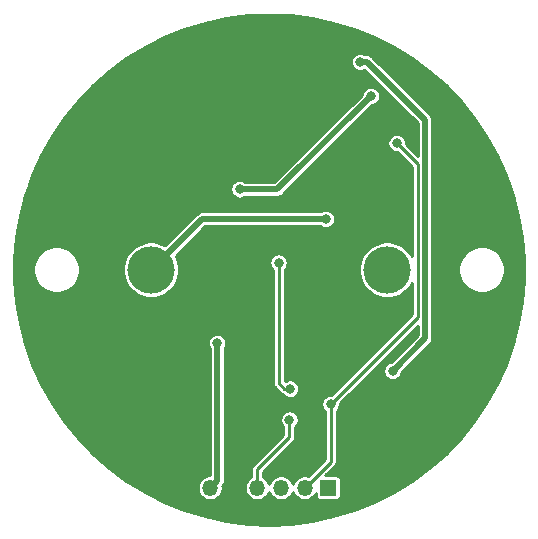
<source format=gbr>
%TF.GenerationSoftware,KiCad,Pcbnew,5.1.6+dfsg1-1*%
%TF.CreationDate,2021-04-16T09:38:54+02:00*%
%TF.ProjectId,buck_3a_v4,6275636b-5f33-4615-9f76-342e6b696361,rev?*%
%TF.SameCoordinates,Original*%
%TF.FileFunction,Copper,L2,Bot*%
%TF.FilePolarity,Positive*%
%FSLAX46Y46*%
G04 Gerber Fmt 4.6, Leading zero omitted, Abs format (unit mm)*
G04 Created by KiCad (PCBNEW 5.1.6+dfsg1-1) date 2021-04-16 09:38:54*
%MOMM*%
%LPD*%
G01*
G04 APERTURE LIST*
%TA.AperFunction,ComponentPad*%
%ADD10C,4.000000*%
%TD*%
%TA.AperFunction,ComponentPad*%
%ADD11O,1.350000X1.350000*%
%TD*%
%TA.AperFunction,ComponentPad*%
%ADD12R,1.350000X1.350000*%
%TD*%
%TA.AperFunction,ViaPad*%
%ADD13C,0.800000*%
%TD*%
%TA.AperFunction,Conductor*%
%ADD14C,0.500000*%
%TD*%
%TA.AperFunction,Conductor*%
%ADD15C,0.250000*%
%TD*%
%TA.AperFunction,Conductor*%
%ADD16C,0.254000*%
%TD*%
G04 APERTURE END LIST*
D10*
%TO.P,LED+,1*%
%TO.N,Net-(C3-Pad2)*%
X60000000Y-50000000D03*
%TD*%
%TO.P,LED-,1*%
%TO.N,Net-(C3-Pad1)*%
X40000000Y-50000000D03*
%TD*%
D11*
%TO.P,J5,6*%
%TO.N,+5V*%
X44996000Y-68466000D03*
%TO.P,J5,5*%
%TO.N,GND*%
X46996000Y-68466000D03*
%TO.P,J5,4*%
%TO.N,/LED*%
X48996000Y-68466000D03*
%TO.P,J5,3*%
%TO.N,/RESET*%
X50996000Y-68466000D03*
%TO.P,J5,2*%
%TO.N,/PWM*%
X52996000Y-68466000D03*
D12*
%TO.P,J5,1*%
%TO.N,/MODE*%
X54996000Y-68466000D03*
%TD*%
D13*
%TO.N,GND*%
X59200000Y-37800000D03*
X57900000Y-37800000D03*
X44421000Y-62621000D03*
X45200000Y-44700000D03*
X44200000Y-44700000D03*
X43200000Y-44700000D03*
X37946002Y-55653998D03*
X55300000Y-56600000D03*
X60600000Y-37800000D03*
X60600000Y-36400000D03*
X46300000Y-44700000D03*
X48300000Y-44700000D03*
X47300000Y-44700000D03*
X42100000Y-56800000D03*
X40200000Y-65200000D03*
%TO.N,Net-(C3-Pad1)*%
X54800000Y-45700000D03*
%TO.N,+5V*%
X45600002Y-56200000D03*
X60446483Y-58553517D03*
X57700002Y-32400000D03*
%TO.N,/LED*%
X51721000Y-62700000D03*
%TO.N,/MODE*%
X50800000Y-49400000D03*
X51781000Y-60081000D03*
%TO.N,/PWM*%
X55200000Y-61400000D03*
X60800000Y-39300000D03*
%TO.N,Net-(Q1-Pad4)*%
X58600000Y-35300000D03*
X47499998Y-43200000D03*
%TD*%
D14*
%TO.N,Net-(C3-Pad1)*%
X44300000Y-45700000D02*
X40000000Y-50000000D01*
X54800000Y-45700000D02*
X44300000Y-45700000D01*
D15*
%TO.N,+5V*%
X45600000Y-56200002D02*
X45600002Y-56200000D01*
D14*
X45600000Y-67862000D02*
X45600000Y-56200002D01*
X44996000Y-68466000D02*
X45600000Y-67862000D01*
X60446483Y-58553517D02*
X63200000Y-55800000D01*
X63200000Y-55800000D02*
X63200000Y-37334313D01*
X63200000Y-37334313D02*
X58265687Y-32400000D01*
X58265687Y-32400000D02*
X57700002Y-32400000D01*
D15*
%TO.N,/LED*%
X48996000Y-68466000D02*
X48996000Y-66904000D01*
X48996000Y-66904000D02*
X51700000Y-64200000D01*
X51700000Y-62721000D02*
X51721000Y-62700000D01*
X51700000Y-64200000D02*
X51700000Y-62721000D01*
%TO.N,/MODE*%
X51319000Y-60081000D02*
X51781000Y-60081000D01*
X50800000Y-59600000D02*
X51300000Y-60100000D01*
X51300000Y-60100000D02*
X51319000Y-60081000D01*
X50800000Y-49400000D02*
X50800000Y-59600000D01*
%TO.N,/PWM*%
X55200000Y-66262000D02*
X52996000Y-68466000D01*
X55200000Y-61400000D02*
X55200000Y-66262000D01*
X62600000Y-41100000D02*
X60800000Y-39300000D01*
X62600000Y-54000000D02*
X62600000Y-41100000D01*
X55200000Y-61400000D02*
X62600000Y-54000000D01*
D14*
%TO.N,Net-(Q1-Pad4)*%
X58600000Y-35300000D02*
X50700000Y-43200000D01*
X50700000Y-43200000D02*
X47499998Y-43200000D01*
%TD*%
D16*
%TO.N,GND*%
G36*
X51831299Y-28483793D02*
G01*
X53649404Y-28716610D01*
X55441214Y-29102775D01*
X57193821Y-29639504D01*
X58894596Y-30322932D01*
X60531285Y-31148133D01*
X62092096Y-32109163D01*
X63565783Y-33199096D01*
X64941728Y-34410080D01*
X66210018Y-35733390D01*
X67361514Y-37159491D01*
X68387920Y-38678109D01*
X69281841Y-40278300D01*
X70036836Y-41948537D01*
X70647464Y-43676785D01*
X71109328Y-45450592D01*
X71419098Y-47257177D01*
X71574543Y-49083525D01*
X71574543Y-50916475D01*
X71419098Y-52742823D01*
X71109328Y-54549408D01*
X70647464Y-56323215D01*
X70036836Y-58051463D01*
X69281841Y-59721700D01*
X68387920Y-61321891D01*
X67361514Y-62840509D01*
X66210018Y-64266610D01*
X64941728Y-65589920D01*
X63565783Y-66800904D01*
X62092096Y-67890837D01*
X60531285Y-68851867D01*
X58894596Y-69677068D01*
X57193821Y-70360496D01*
X55441214Y-70897225D01*
X53649404Y-71283390D01*
X51831299Y-71516207D01*
X50000000Y-71594000D01*
X48168701Y-71516207D01*
X46350596Y-71283390D01*
X44558786Y-70897225D01*
X42806179Y-70360496D01*
X41105404Y-69677068D01*
X39468715Y-68851867D01*
X38673110Y-68361993D01*
X43940000Y-68361993D01*
X43940000Y-68570007D01*
X43980581Y-68774024D01*
X44060185Y-68966204D01*
X44175751Y-69139161D01*
X44322839Y-69286249D01*
X44495796Y-69401815D01*
X44687976Y-69481419D01*
X44891993Y-69522000D01*
X45100007Y-69522000D01*
X45304024Y-69481419D01*
X45496204Y-69401815D01*
X45669161Y-69286249D01*
X45816249Y-69139161D01*
X45931815Y-68966204D01*
X46011419Y-68774024D01*
X46052000Y-68570007D01*
X46052000Y-68361993D01*
X47940000Y-68361993D01*
X47940000Y-68570007D01*
X47980581Y-68774024D01*
X48060185Y-68966204D01*
X48175751Y-69139161D01*
X48322839Y-69286249D01*
X48495796Y-69401815D01*
X48687976Y-69481419D01*
X48891993Y-69522000D01*
X49100007Y-69522000D01*
X49304024Y-69481419D01*
X49496204Y-69401815D01*
X49669161Y-69286249D01*
X49816249Y-69139161D01*
X49931815Y-68966204D01*
X49996000Y-68811249D01*
X50060185Y-68966204D01*
X50175751Y-69139161D01*
X50322839Y-69286249D01*
X50495796Y-69401815D01*
X50687976Y-69481419D01*
X50891993Y-69522000D01*
X51100007Y-69522000D01*
X51304024Y-69481419D01*
X51496204Y-69401815D01*
X51669161Y-69286249D01*
X51816249Y-69139161D01*
X51931815Y-68966204D01*
X51996000Y-68811249D01*
X52060185Y-68966204D01*
X52175751Y-69139161D01*
X52322839Y-69286249D01*
X52495796Y-69401815D01*
X52687976Y-69481419D01*
X52891993Y-69522000D01*
X53100007Y-69522000D01*
X53304024Y-69481419D01*
X53496204Y-69401815D01*
X53669161Y-69286249D01*
X53816249Y-69139161D01*
X53931815Y-68966204D01*
X53938157Y-68950893D01*
X53938157Y-69141000D01*
X53945513Y-69215689D01*
X53967299Y-69287508D01*
X54002678Y-69353696D01*
X54050289Y-69411711D01*
X54108304Y-69459322D01*
X54174492Y-69494701D01*
X54246311Y-69516487D01*
X54321000Y-69523843D01*
X55671000Y-69523843D01*
X55745689Y-69516487D01*
X55817508Y-69494701D01*
X55883696Y-69459322D01*
X55941711Y-69411711D01*
X55989322Y-69353696D01*
X56024701Y-69287508D01*
X56046487Y-69215689D01*
X56053843Y-69141000D01*
X56053843Y-67791000D01*
X56046487Y-67716311D01*
X56024701Y-67644492D01*
X55989322Y-67578304D01*
X55941711Y-67520289D01*
X55883696Y-67472678D01*
X55817508Y-67437299D01*
X55745689Y-67415513D01*
X55671000Y-67408157D01*
X54769435Y-67408157D01*
X55540220Y-66637372D01*
X55559527Y-66621527D01*
X55622759Y-66544479D01*
X55669745Y-66456575D01*
X55698678Y-66361193D01*
X55706000Y-66286854D01*
X55708448Y-66262000D01*
X55706000Y-66237146D01*
X55706000Y-61998501D01*
X55806642Y-61897859D01*
X55892113Y-61769942D01*
X55950987Y-61627809D01*
X55981000Y-61476922D01*
X55981000Y-61334591D01*
X62569000Y-54746592D01*
X62569000Y-55538631D01*
X60326562Y-57781070D01*
X60218674Y-57802530D01*
X60076541Y-57861404D01*
X59948624Y-57946875D01*
X59839841Y-58055658D01*
X59754370Y-58183575D01*
X59695496Y-58325708D01*
X59665483Y-58476595D01*
X59665483Y-58630439D01*
X59695496Y-58781326D01*
X59754370Y-58923459D01*
X59839841Y-59051376D01*
X59948624Y-59160159D01*
X60076541Y-59245630D01*
X60218674Y-59304504D01*
X60369561Y-59334517D01*
X60523405Y-59334517D01*
X60674292Y-59304504D01*
X60816425Y-59245630D01*
X60944342Y-59160159D01*
X61053125Y-59051376D01*
X61138596Y-58923459D01*
X61197470Y-58781326D01*
X61218930Y-58673438D01*
X63624269Y-56268100D01*
X63648343Y-56248343D01*
X63688018Y-56200000D01*
X63727196Y-56152261D01*
X63785789Y-56042642D01*
X63785789Y-56042641D01*
X63821870Y-55923698D01*
X63831000Y-55830998D01*
X63831000Y-55830989D01*
X63834052Y-55800001D01*
X63831000Y-55769013D01*
X63831000Y-49804889D01*
X66019000Y-49804889D01*
X66019000Y-50195111D01*
X66095129Y-50577836D01*
X66244461Y-50938355D01*
X66461257Y-51262814D01*
X66737186Y-51538743D01*
X67061645Y-51755539D01*
X67422164Y-51904871D01*
X67804889Y-51981000D01*
X68195111Y-51981000D01*
X68577836Y-51904871D01*
X68938355Y-51755539D01*
X69262814Y-51538743D01*
X69538743Y-51262814D01*
X69755539Y-50938355D01*
X69904871Y-50577836D01*
X69981000Y-50195111D01*
X69981000Y-49804889D01*
X69904871Y-49422164D01*
X69755539Y-49061645D01*
X69538743Y-48737186D01*
X69262814Y-48461257D01*
X68938355Y-48244461D01*
X68577836Y-48095129D01*
X68195111Y-48019000D01*
X67804889Y-48019000D01*
X67422164Y-48095129D01*
X67061645Y-48244461D01*
X66737186Y-48461257D01*
X66461257Y-48737186D01*
X66244461Y-49061645D01*
X66095129Y-49422164D01*
X66019000Y-49804889D01*
X63831000Y-49804889D01*
X63831000Y-37365300D01*
X63834052Y-37334312D01*
X63831000Y-37303324D01*
X63831000Y-37303315D01*
X63821870Y-37210615D01*
X63785789Y-37091671D01*
X63727196Y-36982052D01*
X63648343Y-36885970D01*
X63624268Y-36866212D01*
X58733792Y-31975737D01*
X58714030Y-31951657D01*
X58617948Y-31872804D01*
X58508329Y-31814211D01*
X58389385Y-31778130D01*
X58296685Y-31769000D01*
X58296677Y-31769000D01*
X58265687Y-31765948D01*
X58234697Y-31769000D01*
X58161407Y-31769000D01*
X58069944Y-31707887D01*
X57927811Y-31649013D01*
X57776924Y-31619000D01*
X57623080Y-31619000D01*
X57472193Y-31649013D01*
X57330060Y-31707887D01*
X57202143Y-31793358D01*
X57093360Y-31902141D01*
X57007889Y-32030058D01*
X56949015Y-32172191D01*
X56919002Y-32323078D01*
X56919002Y-32476922D01*
X56949015Y-32627809D01*
X57007889Y-32769942D01*
X57093360Y-32897859D01*
X57202143Y-33006642D01*
X57330060Y-33092113D01*
X57472193Y-33150987D01*
X57623080Y-33181000D01*
X57776924Y-33181000D01*
X57927811Y-33150987D01*
X58066754Y-33093435D01*
X62569001Y-37595683D01*
X62569001Y-40353409D01*
X61581000Y-39365409D01*
X61581000Y-39223078D01*
X61550987Y-39072191D01*
X61492113Y-38930058D01*
X61406642Y-38802141D01*
X61297859Y-38693358D01*
X61169942Y-38607887D01*
X61027809Y-38549013D01*
X60876922Y-38519000D01*
X60723078Y-38519000D01*
X60572191Y-38549013D01*
X60430058Y-38607887D01*
X60302141Y-38693358D01*
X60193358Y-38802141D01*
X60107887Y-38930058D01*
X60049013Y-39072191D01*
X60019000Y-39223078D01*
X60019000Y-39376922D01*
X60049013Y-39527809D01*
X60107887Y-39669942D01*
X60193358Y-39797859D01*
X60302141Y-39906642D01*
X60430058Y-39992113D01*
X60572191Y-40050987D01*
X60723078Y-40081000D01*
X60865409Y-40081000D01*
X62094001Y-41309593D01*
X62094000Y-48848205D01*
X61849444Y-48482201D01*
X61517799Y-48150556D01*
X61127827Y-47889985D01*
X60694512Y-47710500D01*
X60234508Y-47619000D01*
X59765492Y-47619000D01*
X59305488Y-47710500D01*
X58872173Y-47889985D01*
X58482201Y-48150556D01*
X58150556Y-48482201D01*
X57889985Y-48872173D01*
X57710500Y-49305488D01*
X57619000Y-49765492D01*
X57619000Y-50234508D01*
X57710500Y-50694512D01*
X57889985Y-51127827D01*
X58150556Y-51517799D01*
X58482201Y-51849444D01*
X58872173Y-52110015D01*
X59305488Y-52289500D01*
X59765492Y-52381000D01*
X60234508Y-52381000D01*
X60694512Y-52289500D01*
X61127827Y-52110015D01*
X61517799Y-51849444D01*
X61849444Y-51517799D01*
X62094000Y-51151795D01*
X62094000Y-53790408D01*
X55265409Y-60619000D01*
X55123078Y-60619000D01*
X54972191Y-60649013D01*
X54830058Y-60707887D01*
X54702141Y-60793358D01*
X54593358Y-60902141D01*
X54507887Y-61030058D01*
X54449013Y-61172191D01*
X54419000Y-61323078D01*
X54419000Y-61476922D01*
X54449013Y-61627809D01*
X54507887Y-61769942D01*
X54593358Y-61897859D01*
X54694000Y-61998501D01*
X54694001Y-66052407D01*
X53297188Y-67449221D01*
X53100007Y-67410000D01*
X52891993Y-67410000D01*
X52687976Y-67450581D01*
X52495796Y-67530185D01*
X52322839Y-67645751D01*
X52175751Y-67792839D01*
X52060185Y-67965796D01*
X51996000Y-68120751D01*
X51931815Y-67965796D01*
X51816249Y-67792839D01*
X51669161Y-67645751D01*
X51496204Y-67530185D01*
X51304024Y-67450581D01*
X51100007Y-67410000D01*
X50891993Y-67410000D01*
X50687976Y-67450581D01*
X50495796Y-67530185D01*
X50322839Y-67645751D01*
X50175751Y-67792839D01*
X50060185Y-67965796D01*
X49996000Y-68120751D01*
X49931815Y-67965796D01*
X49816249Y-67792839D01*
X49669161Y-67645751D01*
X49502000Y-67534058D01*
X49502000Y-67113591D01*
X52040220Y-64575372D01*
X52059527Y-64559527D01*
X52122759Y-64482479D01*
X52169745Y-64394575D01*
X52198678Y-64299193D01*
X52206000Y-64224854D01*
X52206000Y-64224847D01*
X52208447Y-64200001D01*
X52206000Y-64175155D01*
X52206000Y-63315234D01*
X52218859Y-63306642D01*
X52327642Y-63197859D01*
X52413113Y-63069942D01*
X52471987Y-62927809D01*
X52502000Y-62776922D01*
X52502000Y-62623078D01*
X52471987Y-62472191D01*
X52413113Y-62330058D01*
X52327642Y-62202141D01*
X52218859Y-62093358D01*
X52090942Y-62007887D01*
X51948809Y-61949013D01*
X51797922Y-61919000D01*
X51644078Y-61919000D01*
X51493191Y-61949013D01*
X51351058Y-62007887D01*
X51223141Y-62093358D01*
X51114358Y-62202141D01*
X51028887Y-62330058D01*
X50970013Y-62472191D01*
X50940000Y-62623078D01*
X50940000Y-62776922D01*
X50970013Y-62927809D01*
X51028887Y-63069942D01*
X51114358Y-63197859D01*
X51194001Y-63277502D01*
X51194000Y-63990408D01*
X48655781Y-66528628D01*
X48636474Y-66544473D01*
X48573242Y-66621521D01*
X48573239Y-66621527D01*
X48526255Y-66709426D01*
X48497322Y-66804808D01*
X48487553Y-66904000D01*
X48490001Y-66928856D01*
X48490001Y-67534057D01*
X48322839Y-67645751D01*
X48175751Y-67792839D01*
X48060185Y-67965796D01*
X47980581Y-68157976D01*
X47940000Y-68361993D01*
X46052000Y-68361993D01*
X46042655Y-68315011D01*
X46048343Y-68310343D01*
X46127196Y-68214261D01*
X46185789Y-68104642D01*
X46221870Y-67985698D01*
X46231000Y-67892998D01*
X46231000Y-67892991D01*
X46234052Y-67862000D01*
X46231000Y-67831010D01*
X46231000Y-56661407D01*
X46292115Y-56569942D01*
X46350989Y-56427809D01*
X46381002Y-56276922D01*
X46381002Y-56123078D01*
X46350989Y-55972191D01*
X46292115Y-55830058D01*
X46206644Y-55702141D01*
X46097861Y-55593358D01*
X45969944Y-55507887D01*
X45827811Y-55449013D01*
X45676924Y-55419000D01*
X45523080Y-55419000D01*
X45372193Y-55449013D01*
X45230060Y-55507887D01*
X45102143Y-55593358D01*
X44993360Y-55702141D01*
X44907889Y-55830058D01*
X44849015Y-55972191D01*
X44819002Y-56123078D01*
X44819002Y-56276922D01*
X44849015Y-56427809D01*
X44907889Y-56569942D01*
X44969001Y-56661403D01*
X44969000Y-67410000D01*
X44891993Y-67410000D01*
X44687976Y-67450581D01*
X44495796Y-67530185D01*
X44322839Y-67645751D01*
X44175751Y-67792839D01*
X44060185Y-67965796D01*
X43980581Y-68157976D01*
X43940000Y-68361993D01*
X38673110Y-68361993D01*
X37907904Y-67890837D01*
X36434217Y-66800904D01*
X35058272Y-65589920D01*
X33789982Y-64266610D01*
X32638486Y-62840509D01*
X31612080Y-61321891D01*
X30718159Y-59721700D01*
X29963164Y-58051463D01*
X29352536Y-56323215D01*
X28890672Y-54549408D01*
X28580902Y-52742823D01*
X28425457Y-50916475D01*
X28425457Y-49804889D01*
X30019000Y-49804889D01*
X30019000Y-50195111D01*
X30095129Y-50577836D01*
X30244461Y-50938355D01*
X30461257Y-51262814D01*
X30737186Y-51538743D01*
X31061645Y-51755539D01*
X31422164Y-51904871D01*
X31804889Y-51981000D01*
X32195111Y-51981000D01*
X32577836Y-51904871D01*
X32938355Y-51755539D01*
X33262814Y-51538743D01*
X33538743Y-51262814D01*
X33755539Y-50938355D01*
X33904871Y-50577836D01*
X33981000Y-50195111D01*
X33981000Y-49804889D01*
X33973164Y-49765492D01*
X37619000Y-49765492D01*
X37619000Y-50234508D01*
X37710500Y-50694512D01*
X37889985Y-51127827D01*
X38150556Y-51517799D01*
X38482201Y-51849444D01*
X38872173Y-52110015D01*
X39305488Y-52289500D01*
X39765492Y-52381000D01*
X40234508Y-52381000D01*
X40694512Y-52289500D01*
X41127827Y-52110015D01*
X41517799Y-51849444D01*
X41849444Y-51517799D01*
X42110015Y-51127827D01*
X42289500Y-50694512D01*
X42381000Y-50234508D01*
X42381000Y-49765492D01*
X42292999Y-49323078D01*
X50019000Y-49323078D01*
X50019000Y-49476922D01*
X50049013Y-49627809D01*
X50107887Y-49769942D01*
X50193358Y-49897859D01*
X50294000Y-49998501D01*
X50294001Y-59575144D01*
X50291553Y-59600000D01*
X50301322Y-59699192D01*
X50330255Y-59794574D01*
X50352127Y-59835492D01*
X50377242Y-59882479D01*
X50440474Y-59959527D01*
X50459780Y-59975371D01*
X50924631Y-60440223D01*
X50940473Y-60459527D01*
X50959777Y-60475369D01*
X50959778Y-60475370D01*
X51017521Y-60522758D01*
X51105425Y-60569745D01*
X51191290Y-60595791D01*
X51283141Y-60687642D01*
X51411058Y-60773113D01*
X51553191Y-60831987D01*
X51704078Y-60862000D01*
X51857922Y-60862000D01*
X52008809Y-60831987D01*
X52150942Y-60773113D01*
X52278859Y-60687642D01*
X52387642Y-60578859D01*
X52473113Y-60450942D01*
X52531987Y-60308809D01*
X52562000Y-60157922D01*
X52562000Y-60004078D01*
X52531987Y-59853191D01*
X52473113Y-59711058D01*
X52387642Y-59583141D01*
X52278859Y-59474358D01*
X52150942Y-59388887D01*
X52008809Y-59330013D01*
X51857922Y-59300000D01*
X51704078Y-59300000D01*
X51553191Y-59330013D01*
X51411058Y-59388887D01*
X51347168Y-59431577D01*
X51306000Y-59390409D01*
X51306000Y-49998501D01*
X51406642Y-49897859D01*
X51492113Y-49769942D01*
X51550987Y-49627809D01*
X51581000Y-49476922D01*
X51581000Y-49323078D01*
X51550987Y-49172191D01*
X51492113Y-49030058D01*
X51406642Y-48902141D01*
X51297859Y-48793358D01*
X51169942Y-48707887D01*
X51027809Y-48649013D01*
X50876922Y-48619000D01*
X50723078Y-48619000D01*
X50572191Y-48649013D01*
X50430058Y-48707887D01*
X50302141Y-48793358D01*
X50193358Y-48902141D01*
X50107887Y-49030058D01*
X50049013Y-49172191D01*
X50019000Y-49323078D01*
X42292999Y-49323078D01*
X42289500Y-49305488D01*
X42110015Y-48872173D01*
X42074038Y-48818330D01*
X44561369Y-46331000D01*
X54338595Y-46331000D01*
X54430058Y-46392113D01*
X54572191Y-46450987D01*
X54723078Y-46481000D01*
X54876922Y-46481000D01*
X55027809Y-46450987D01*
X55169942Y-46392113D01*
X55297859Y-46306642D01*
X55406642Y-46197859D01*
X55492113Y-46069942D01*
X55550987Y-45927809D01*
X55581000Y-45776922D01*
X55581000Y-45623078D01*
X55550987Y-45472191D01*
X55492113Y-45330058D01*
X55406642Y-45202141D01*
X55297859Y-45093358D01*
X55169942Y-45007887D01*
X55027809Y-44949013D01*
X54876922Y-44919000D01*
X54723078Y-44919000D01*
X54572191Y-44949013D01*
X54430058Y-45007887D01*
X54338595Y-45069000D01*
X44330987Y-45069000D01*
X44299999Y-45065948D01*
X44269011Y-45069000D01*
X44269002Y-45069000D01*
X44176302Y-45078130D01*
X44057358Y-45114211D01*
X43947739Y-45172804D01*
X43851657Y-45251657D01*
X43831899Y-45275732D01*
X41181670Y-47925962D01*
X41127827Y-47889985D01*
X40694512Y-47710500D01*
X40234508Y-47619000D01*
X39765492Y-47619000D01*
X39305488Y-47710500D01*
X38872173Y-47889985D01*
X38482201Y-48150556D01*
X38150556Y-48482201D01*
X37889985Y-48872173D01*
X37710500Y-49305488D01*
X37619000Y-49765492D01*
X33973164Y-49765492D01*
X33904871Y-49422164D01*
X33755539Y-49061645D01*
X33538743Y-48737186D01*
X33262814Y-48461257D01*
X32938355Y-48244461D01*
X32577836Y-48095129D01*
X32195111Y-48019000D01*
X31804889Y-48019000D01*
X31422164Y-48095129D01*
X31061645Y-48244461D01*
X30737186Y-48461257D01*
X30461257Y-48737186D01*
X30244461Y-49061645D01*
X30095129Y-49422164D01*
X30019000Y-49804889D01*
X28425457Y-49804889D01*
X28425457Y-49083525D01*
X28580902Y-47257177D01*
X28890672Y-45450592D01*
X29352536Y-43676785D01*
X29548172Y-43123078D01*
X46718998Y-43123078D01*
X46718998Y-43276922D01*
X46749011Y-43427809D01*
X46807885Y-43569942D01*
X46893356Y-43697859D01*
X47002139Y-43806642D01*
X47130056Y-43892113D01*
X47272189Y-43950987D01*
X47423076Y-43981000D01*
X47576920Y-43981000D01*
X47727807Y-43950987D01*
X47869940Y-43892113D01*
X47961403Y-43831000D01*
X50669010Y-43831000D01*
X50700000Y-43834052D01*
X50730990Y-43831000D01*
X50730998Y-43831000D01*
X50823698Y-43821870D01*
X50942642Y-43785789D01*
X51052261Y-43727196D01*
X51148343Y-43648343D01*
X51168105Y-43624263D01*
X58719922Y-36072447D01*
X58827809Y-36050987D01*
X58969942Y-35992113D01*
X59097859Y-35906642D01*
X59206642Y-35797859D01*
X59292113Y-35669942D01*
X59350987Y-35527809D01*
X59381000Y-35376922D01*
X59381000Y-35223078D01*
X59350987Y-35072191D01*
X59292113Y-34930058D01*
X59206642Y-34802141D01*
X59097859Y-34693358D01*
X58969942Y-34607887D01*
X58827809Y-34549013D01*
X58676922Y-34519000D01*
X58523078Y-34519000D01*
X58372191Y-34549013D01*
X58230058Y-34607887D01*
X58102141Y-34693358D01*
X57993358Y-34802141D01*
X57907887Y-34930058D01*
X57849013Y-35072191D01*
X57827553Y-35180078D01*
X50438632Y-42569000D01*
X47961403Y-42569000D01*
X47869940Y-42507887D01*
X47727807Y-42449013D01*
X47576920Y-42419000D01*
X47423076Y-42419000D01*
X47272189Y-42449013D01*
X47130056Y-42507887D01*
X47002139Y-42593358D01*
X46893356Y-42702141D01*
X46807885Y-42830058D01*
X46749011Y-42972191D01*
X46718998Y-43123078D01*
X29548172Y-43123078D01*
X29963164Y-41948537D01*
X30718159Y-40278300D01*
X31612080Y-38678109D01*
X32638486Y-37159491D01*
X33789982Y-35733390D01*
X35058272Y-34410080D01*
X36434217Y-33199096D01*
X37907904Y-32109163D01*
X39468715Y-31148133D01*
X41105404Y-30322932D01*
X42806179Y-29639504D01*
X44558786Y-29102775D01*
X46350596Y-28716610D01*
X48168701Y-28483793D01*
X50000000Y-28406000D01*
X51831299Y-28483793D01*
G37*
X51831299Y-28483793D02*
X53649404Y-28716610D01*
X55441214Y-29102775D01*
X57193821Y-29639504D01*
X58894596Y-30322932D01*
X60531285Y-31148133D01*
X62092096Y-32109163D01*
X63565783Y-33199096D01*
X64941728Y-34410080D01*
X66210018Y-35733390D01*
X67361514Y-37159491D01*
X68387920Y-38678109D01*
X69281841Y-40278300D01*
X70036836Y-41948537D01*
X70647464Y-43676785D01*
X71109328Y-45450592D01*
X71419098Y-47257177D01*
X71574543Y-49083525D01*
X71574543Y-50916475D01*
X71419098Y-52742823D01*
X71109328Y-54549408D01*
X70647464Y-56323215D01*
X70036836Y-58051463D01*
X69281841Y-59721700D01*
X68387920Y-61321891D01*
X67361514Y-62840509D01*
X66210018Y-64266610D01*
X64941728Y-65589920D01*
X63565783Y-66800904D01*
X62092096Y-67890837D01*
X60531285Y-68851867D01*
X58894596Y-69677068D01*
X57193821Y-70360496D01*
X55441214Y-70897225D01*
X53649404Y-71283390D01*
X51831299Y-71516207D01*
X50000000Y-71594000D01*
X48168701Y-71516207D01*
X46350596Y-71283390D01*
X44558786Y-70897225D01*
X42806179Y-70360496D01*
X41105404Y-69677068D01*
X39468715Y-68851867D01*
X38673110Y-68361993D01*
X43940000Y-68361993D01*
X43940000Y-68570007D01*
X43980581Y-68774024D01*
X44060185Y-68966204D01*
X44175751Y-69139161D01*
X44322839Y-69286249D01*
X44495796Y-69401815D01*
X44687976Y-69481419D01*
X44891993Y-69522000D01*
X45100007Y-69522000D01*
X45304024Y-69481419D01*
X45496204Y-69401815D01*
X45669161Y-69286249D01*
X45816249Y-69139161D01*
X45931815Y-68966204D01*
X46011419Y-68774024D01*
X46052000Y-68570007D01*
X46052000Y-68361993D01*
X47940000Y-68361993D01*
X47940000Y-68570007D01*
X47980581Y-68774024D01*
X48060185Y-68966204D01*
X48175751Y-69139161D01*
X48322839Y-69286249D01*
X48495796Y-69401815D01*
X48687976Y-69481419D01*
X48891993Y-69522000D01*
X49100007Y-69522000D01*
X49304024Y-69481419D01*
X49496204Y-69401815D01*
X49669161Y-69286249D01*
X49816249Y-69139161D01*
X49931815Y-68966204D01*
X49996000Y-68811249D01*
X50060185Y-68966204D01*
X50175751Y-69139161D01*
X50322839Y-69286249D01*
X50495796Y-69401815D01*
X50687976Y-69481419D01*
X50891993Y-69522000D01*
X51100007Y-69522000D01*
X51304024Y-69481419D01*
X51496204Y-69401815D01*
X51669161Y-69286249D01*
X51816249Y-69139161D01*
X51931815Y-68966204D01*
X51996000Y-68811249D01*
X52060185Y-68966204D01*
X52175751Y-69139161D01*
X52322839Y-69286249D01*
X52495796Y-69401815D01*
X52687976Y-69481419D01*
X52891993Y-69522000D01*
X53100007Y-69522000D01*
X53304024Y-69481419D01*
X53496204Y-69401815D01*
X53669161Y-69286249D01*
X53816249Y-69139161D01*
X53931815Y-68966204D01*
X53938157Y-68950893D01*
X53938157Y-69141000D01*
X53945513Y-69215689D01*
X53967299Y-69287508D01*
X54002678Y-69353696D01*
X54050289Y-69411711D01*
X54108304Y-69459322D01*
X54174492Y-69494701D01*
X54246311Y-69516487D01*
X54321000Y-69523843D01*
X55671000Y-69523843D01*
X55745689Y-69516487D01*
X55817508Y-69494701D01*
X55883696Y-69459322D01*
X55941711Y-69411711D01*
X55989322Y-69353696D01*
X56024701Y-69287508D01*
X56046487Y-69215689D01*
X56053843Y-69141000D01*
X56053843Y-67791000D01*
X56046487Y-67716311D01*
X56024701Y-67644492D01*
X55989322Y-67578304D01*
X55941711Y-67520289D01*
X55883696Y-67472678D01*
X55817508Y-67437299D01*
X55745689Y-67415513D01*
X55671000Y-67408157D01*
X54769435Y-67408157D01*
X55540220Y-66637372D01*
X55559527Y-66621527D01*
X55622759Y-66544479D01*
X55669745Y-66456575D01*
X55698678Y-66361193D01*
X55706000Y-66286854D01*
X55708448Y-66262000D01*
X55706000Y-66237146D01*
X55706000Y-61998501D01*
X55806642Y-61897859D01*
X55892113Y-61769942D01*
X55950987Y-61627809D01*
X55981000Y-61476922D01*
X55981000Y-61334591D01*
X62569000Y-54746592D01*
X62569000Y-55538631D01*
X60326562Y-57781070D01*
X60218674Y-57802530D01*
X60076541Y-57861404D01*
X59948624Y-57946875D01*
X59839841Y-58055658D01*
X59754370Y-58183575D01*
X59695496Y-58325708D01*
X59665483Y-58476595D01*
X59665483Y-58630439D01*
X59695496Y-58781326D01*
X59754370Y-58923459D01*
X59839841Y-59051376D01*
X59948624Y-59160159D01*
X60076541Y-59245630D01*
X60218674Y-59304504D01*
X60369561Y-59334517D01*
X60523405Y-59334517D01*
X60674292Y-59304504D01*
X60816425Y-59245630D01*
X60944342Y-59160159D01*
X61053125Y-59051376D01*
X61138596Y-58923459D01*
X61197470Y-58781326D01*
X61218930Y-58673438D01*
X63624269Y-56268100D01*
X63648343Y-56248343D01*
X63688018Y-56200000D01*
X63727196Y-56152261D01*
X63785789Y-56042642D01*
X63785789Y-56042641D01*
X63821870Y-55923698D01*
X63831000Y-55830998D01*
X63831000Y-55830989D01*
X63834052Y-55800001D01*
X63831000Y-55769013D01*
X63831000Y-49804889D01*
X66019000Y-49804889D01*
X66019000Y-50195111D01*
X66095129Y-50577836D01*
X66244461Y-50938355D01*
X66461257Y-51262814D01*
X66737186Y-51538743D01*
X67061645Y-51755539D01*
X67422164Y-51904871D01*
X67804889Y-51981000D01*
X68195111Y-51981000D01*
X68577836Y-51904871D01*
X68938355Y-51755539D01*
X69262814Y-51538743D01*
X69538743Y-51262814D01*
X69755539Y-50938355D01*
X69904871Y-50577836D01*
X69981000Y-50195111D01*
X69981000Y-49804889D01*
X69904871Y-49422164D01*
X69755539Y-49061645D01*
X69538743Y-48737186D01*
X69262814Y-48461257D01*
X68938355Y-48244461D01*
X68577836Y-48095129D01*
X68195111Y-48019000D01*
X67804889Y-48019000D01*
X67422164Y-48095129D01*
X67061645Y-48244461D01*
X66737186Y-48461257D01*
X66461257Y-48737186D01*
X66244461Y-49061645D01*
X66095129Y-49422164D01*
X66019000Y-49804889D01*
X63831000Y-49804889D01*
X63831000Y-37365300D01*
X63834052Y-37334312D01*
X63831000Y-37303324D01*
X63831000Y-37303315D01*
X63821870Y-37210615D01*
X63785789Y-37091671D01*
X63727196Y-36982052D01*
X63648343Y-36885970D01*
X63624268Y-36866212D01*
X58733792Y-31975737D01*
X58714030Y-31951657D01*
X58617948Y-31872804D01*
X58508329Y-31814211D01*
X58389385Y-31778130D01*
X58296685Y-31769000D01*
X58296677Y-31769000D01*
X58265687Y-31765948D01*
X58234697Y-31769000D01*
X58161407Y-31769000D01*
X58069944Y-31707887D01*
X57927811Y-31649013D01*
X57776924Y-31619000D01*
X57623080Y-31619000D01*
X57472193Y-31649013D01*
X57330060Y-31707887D01*
X57202143Y-31793358D01*
X57093360Y-31902141D01*
X57007889Y-32030058D01*
X56949015Y-32172191D01*
X56919002Y-32323078D01*
X56919002Y-32476922D01*
X56949015Y-32627809D01*
X57007889Y-32769942D01*
X57093360Y-32897859D01*
X57202143Y-33006642D01*
X57330060Y-33092113D01*
X57472193Y-33150987D01*
X57623080Y-33181000D01*
X57776924Y-33181000D01*
X57927811Y-33150987D01*
X58066754Y-33093435D01*
X62569001Y-37595683D01*
X62569001Y-40353409D01*
X61581000Y-39365409D01*
X61581000Y-39223078D01*
X61550987Y-39072191D01*
X61492113Y-38930058D01*
X61406642Y-38802141D01*
X61297859Y-38693358D01*
X61169942Y-38607887D01*
X61027809Y-38549013D01*
X60876922Y-38519000D01*
X60723078Y-38519000D01*
X60572191Y-38549013D01*
X60430058Y-38607887D01*
X60302141Y-38693358D01*
X60193358Y-38802141D01*
X60107887Y-38930058D01*
X60049013Y-39072191D01*
X60019000Y-39223078D01*
X60019000Y-39376922D01*
X60049013Y-39527809D01*
X60107887Y-39669942D01*
X60193358Y-39797859D01*
X60302141Y-39906642D01*
X60430058Y-39992113D01*
X60572191Y-40050987D01*
X60723078Y-40081000D01*
X60865409Y-40081000D01*
X62094001Y-41309593D01*
X62094000Y-48848205D01*
X61849444Y-48482201D01*
X61517799Y-48150556D01*
X61127827Y-47889985D01*
X60694512Y-47710500D01*
X60234508Y-47619000D01*
X59765492Y-47619000D01*
X59305488Y-47710500D01*
X58872173Y-47889985D01*
X58482201Y-48150556D01*
X58150556Y-48482201D01*
X57889985Y-48872173D01*
X57710500Y-49305488D01*
X57619000Y-49765492D01*
X57619000Y-50234508D01*
X57710500Y-50694512D01*
X57889985Y-51127827D01*
X58150556Y-51517799D01*
X58482201Y-51849444D01*
X58872173Y-52110015D01*
X59305488Y-52289500D01*
X59765492Y-52381000D01*
X60234508Y-52381000D01*
X60694512Y-52289500D01*
X61127827Y-52110015D01*
X61517799Y-51849444D01*
X61849444Y-51517799D01*
X62094000Y-51151795D01*
X62094000Y-53790408D01*
X55265409Y-60619000D01*
X55123078Y-60619000D01*
X54972191Y-60649013D01*
X54830058Y-60707887D01*
X54702141Y-60793358D01*
X54593358Y-60902141D01*
X54507887Y-61030058D01*
X54449013Y-61172191D01*
X54419000Y-61323078D01*
X54419000Y-61476922D01*
X54449013Y-61627809D01*
X54507887Y-61769942D01*
X54593358Y-61897859D01*
X54694000Y-61998501D01*
X54694001Y-66052407D01*
X53297188Y-67449221D01*
X53100007Y-67410000D01*
X52891993Y-67410000D01*
X52687976Y-67450581D01*
X52495796Y-67530185D01*
X52322839Y-67645751D01*
X52175751Y-67792839D01*
X52060185Y-67965796D01*
X51996000Y-68120751D01*
X51931815Y-67965796D01*
X51816249Y-67792839D01*
X51669161Y-67645751D01*
X51496204Y-67530185D01*
X51304024Y-67450581D01*
X51100007Y-67410000D01*
X50891993Y-67410000D01*
X50687976Y-67450581D01*
X50495796Y-67530185D01*
X50322839Y-67645751D01*
X50175751Y-67792839D01*
X50060185Y-67965796D01*
X49996000Y-68120751D01*
X49931815Y-67965796D01*
X49816249Y-67792839D01*
X49669161Y-67645751D01*
X49502000Y-67534058D01*
X49502000Y-67113591D01*
X52040220Y-64575372D01*
X52059527Y-64559527D01*
X52122759Y-64482479D01*
X52169745Y-64394575D01*
X52198678Y-64299193D01*
X52206000Y-64224854D01*
X52206000Y-64224847D01*
X52208447Y-64200001D01*
X52206000Y-64175155D01*
X52206000Y-63315234D01*
X52218859Y-63306642D01*
X52327642Y-63197859D01*
X52413113Y-63069942D01*
X52471987Y-62927809D01*
X52502000Y-62776922D01*
X52502000Y-62623078D01*
X52471987Y-62472191D01*
X52413113Y-62330058D01*
X52327642Y-62202141D01*
X52218859Y-62093358D01*
X52090942Y-62007887D01*
X51948809Y-61949013D01*
X51797922Y-61919000D01*
X51644078Y-61919000D01*
X51493191Y-61949013D01*
X51351058Y-62007887D01*
X51223141Y-62093358D01*
X51114358Y-62202141D01*
X51028887Y-62330058D01*
X50970013Y-62472191D01*
X50940000Y-62623078D01*
X50940000Y-62776922D01*
X50970013Y-62927809D01*
X51028887Y-63069942D01*
X51114358Y-63197859D01*
X51194001Y-63277502D01*
X51194000Y-63990408D01*
X48655781Y-66528628D01*
X48636474Y-66544473D01*
X48573242Y-66621521D01*
X48573239Y-66621527D01*
X48526255Y-66709426D01*
X48497322Y-66804808D01*
X48487553Y-66904000D01*
X48490001Y-66928856D01*
X48490001Y-67534057D01*
X48322839Y-67645751D01*
X48175751Y-67792839D01*
X48060185Y-67965796D01*
X47980581Y-68157976D01*
X47940000Y-68361993D01*
X46052000Y-68361993D01*
X46042655Y-68315011D01*
X46048343Y-68310343D01*
X46127196Y-68214261D01*
X46185789Y-68104642D01*
X46221870Y-67985698D01*
X46231000Y-67892998D01*
X46231000Y-67892991D01*
X46234052Y-67862000D01*
X46231000Y-67831010D01*
X46231000Y-56661407D01*
X46292115Y-56569942D01*
X46350989Y-56427809D01*
X46381002Y-56276922D01*
X46381002Y-56123078D01*
X46350989Y-55972191D01*
X46292115Y-55830058D01*
X46206644Y-55702141D01*
X46097861Y-55593358D01*
X45969944Y-55507887D01*
X45827811Y-55449013D01*
X45676924Y-55419000D01*
X45523080Y-55419000D01*
X45372193Y-55449013D01*
X45230060Y-55507887D01*
X45102143Y-55593358D01*
X44993360Y-55702141D01*
X44907889Y-55830058D01*
X44849015Y-55972191D01*
X44819002Y-56123078D01*
X44819002Y-56276922D01*
X44849015Y-56427809D01*
X44907889Y-56569942D01*
X44969001Y-56661403D01*
X44969000Y-67410000D01*
X44891993Y-67410000D01*
X44687976Y-67450581D01*
X44495796Y-67530185D01*
X44322839Y-67645751D01*
X44175751Y-67792839D01*
X44060185Y-67965796D01*
X43980581Y-68157976D01*
X43940000Y-68361993D01*
X38673110Y-68361993D01*
X37907904Y-67890837D01*
X36434217Y-66800904D01*
X35058272Y-65589920D01*
X33789982Y-64266610D01*
X32638486Y-62840509D01*
X31612080Y-61321891D01*
X30718159Y-59721700D01*
X29963164Y-58051463D01*
X29352536Y-56323215D01*
X28890672Y-54549408D01*
X28580902Y-52742823D01*
X28425457Y-50916475D01*
X28425457Y-49804889D01*
X30019000Y-49804889D01*
X30019000Y-50195111D01*
X30095129Y-50577836D01*
X30244461Y-50938355D01*
X30461257Y-51262814D01*
X30737186Y-51538743D01*
X31061645Y-51755539D01*
X31422164Y-51904871D01*
X31804889Y-51981000D01*
X32195111Y-51981000D01*
X32577836Y-51904871D01*
X32938355Y-51755539D01*
X33262814Y-51538743D01*
X33538743Y-51262814D01*
X33755539Y-50938355D01*
X33904871Y-50577836D01*
X33981000Y-50195111D01*
X33981000Y-49804889D01*
X33973164Y-49765492D01*
X37619000Y-49765492D01*
X37619000Y-50234508D01*
X37710500Y-50694512D01*
X37889985Y-51127827D01*
X38150556Y-51517799D01*
X38482201Y-51849444D01*
X38872173Y-52110015D01*
X39305488Y-52289500D01*
X39765492Y-52381000D01*
X40234508Y-52381000D01*
X40694512Y-52289500D01*
X41127827Y-52110015D01*
X41517799Y-51849444D01*
X41849444Y-51517799D01*
X42110015Y-51127827D01*
X42289500Y-50694512D01*
X42381000Y-50234508D01*
X42381000Y-49765492D01*
X42292999Y-49323078D01*
X50019000Y-49323078D01*
X50019000Y-49476922D01*
X50049013Y-49627809D01*
X50107887Y-49769942D01*
X50193358Y-49897859D01*
X50294000Y-49998501D01*
X50294001Y-59575144D01*
X50291553Y-59600000D01*
X50301322Y-59699192D01*
X50330255Y-59794574D01*
X50352127Y-59835492D01*
X50377242Y-59882479D01*
X50440474Y-59959527D01*
X50459780Y-59975371D01*
X50924631Y-60440223D01*
X50940473Y-60459527D01*
X50959777Y-60475369D01*
X50959778Y-60475370D01*
X51017521Y-60522758D01*
X51105425Y-60569745D01*
X51191290Y-60595791D01*
X51283141Y-60687642D01*
X51411058Y-60773113D01*
X51553191Y-60831987D01*
X51704078Y-60862000D01*
X51857922Y-60862000D01*
X52008809Y-60831987D01*
X52150942Y-60773113D01*
X52278859Y-60687642D01*
X52387642Y-60578859D01*
X52473113Y-60450942D01*
X52531987Y-60308809D01*
X52562000Y-60157922D01*
X52562000Y-60004078D01*
X52531987Y-59853191D01*
X52473113Y-59711058D01*
X52387642Y-59583141D01*
X52278859Y-59474358D01*
X52150942Y-59388887D01*
X52008809Y-59330013D01*
X51857922Y-59300000D01*
X51704078Y-59300000D01*
X51553191Y-59330013D01*
X51411058Y-59388887D01*
X51347168Y-59431577D01*
X51306000Y-59390409D01*
X51306000Y-49998501D01*
X51406642Y-49897859D01*
X51492113Y-49769942D01*
X51550987Y-49627809D01*
X51581000Y-49476922D01*
X51581000Y-49323078D01*
X51550987Y-49172191D01*
X51492113Y-49030058D01*
X51406642Y-48902141D01*
X51297859Y-48793358D01*
X51169942Y-48707887D01*
X51027809Y-48649013D01*
X50876922Y-48619000D01*
X50723078Y-48619000D01*
X50572191Y-48649013D01*
X50430058Y-48707887D01*
X50302141Y-48793358D01*
X50193358Y-48902141D01*
X50107887Y-49030058D01*
X50049013Y-49172191D01*
X50019000Y-49323078D01*
X42292999Y-49323078D01*
X42289500Y-49305488D01*
X42110015Y-48872173D01*
X42074038Y-48818330D01*
X44561369Y-46331000D01*
X54338595Y-46331000D01*
X54430058Y-46392113D01*
X54572191Y-46450987D01*
X54723078Y-46481000D01*
X54876922Y-46481000D01*
X55027809Y-46450987D01*
X55169942Y-46392113D01*
X55297859Y-46306642D01*
X55406642Y-46197859D01*
X55492113Y-46069942D01*
X55550987Y-45927809D01*
X55581000Y-45776922D01*
X55581000Y-45623078D01*
X55550987Y-45472191D01*
X55492113Y-45330058D01*
X55406642Y-45202141D01*
X55297859Y-45093358D01*
X55169942Y-45007887D01*
X55027809Y-44949013D01*
X54876922Y-44919000D01*
X54723078Y-44919000D01*
X54572191Y-44949013D01*
X54430058Y-45007887D01*
X54338595Y-45069000D01*
X44330987Y-45069000D01*
X44299999Y-45065948D01*
X44269011Y-45069000D01*
X44269002Y-45069000D01*
X44176302Y-45078130D01*
X44057358Y-45114211D01*
X43947739Y-45172804D01*
X43851657Y-45251657D01*
X43831899Y-45275732D01*
X41181670Y-47925962D01*
X41127827Y-47889985D01*
X40694512Y-47710500D01*
X40234508Y-47619000D01*
X39765492Y-47619000D01*
X39305488Y-47710500D01*
X38872173Y-47889985D01*
X38482201Y-48150556D01*
X38150556Y-48482201D01*
X37889985Y-48872173D01*
X37710500Y-49305488D01*
X37619000Y-49765492D01*
X33973164Y-49765492D01*
X33904871Y-49422164D01*
X33755539Y-49061645D01*
X33538743Y-48737186D01*
X33262814Y-48461257D01*
X32938355Y-48244461D01*
X32577836Y-48095129D01*
X32195111Y-48019000D01*
X31804889Y-48019000D01*
X31422164Y-48095129D01*
X31061645Y-48244461D01*
X30737186Y-48461257D01*
X30461257Y-48737186D01*
X30244461Y-49061645D01*
X30095129Y-49422164D01*
X30019000Y-49804889D01*
X28425457Y-49804889D01*
X28425457Y-49083525D01*
X28580902Y-47257177D01*
X28890672Y-45450592D01*
X29352536Y-43676785D01*
X29548172Y-43123078D01*
X46718998Y-43123078D01*
X46718998Y-43276922D01*
X46749011Y-43427809D01*
X46807885Y-43569942D01*
X46893356Y-43697859D01*
X47002139Y-43806642D01*
X47130056Y-43892113D01*
X47272189Y-43950987D01*
X47423076Y-43981000D01*
X47576920Y-43981000D01*
X47727807Y-43950987D01*
X47869940Y-43892113D01*
X47961403Y-43831000D01*
X50669010Y-43831000D01*
X50700000Y-43834052D01*
X50730990Y-43831000D01*
X50730998Y-43831000D01*
X50823698Y-43821870D01*
X50942642Y-43785789D01*
X51052261Y-43727196D01*
X51148343Y-43648343D01*
X51168105Y-43624263D01*
X58719922Y-36072447D01*
X58827809Y-36050987D01*
X58969942Y-35992113D01*
X59097859Y-35906642D01*
X59206642Y-35797859D01*
X59292113Y-35669942D01*
X59350987Y-35527809D01*
X59381000Y-35376922D01*
X59381000Y-35223078D01*
X59350987Y-35072191D01*
X59292113Y-34930058D01*
X59206642Y-34802141D01*
X59097859Y-34693358D01*
X58969942Y-34607887D01*
X58827809Y-34549013D01*
X58676922Y-34519000D01*
X58523078Y-34519000D01*
X58372191Y-34549013D01*
X58230058Y-34607887D01*
X58102141Y-34693358D01*
X57993358Y-34802141D01*
X57907887Y-34930058D01*
X57849013Y-35072191D01*
X57827553Y-35180078D01*
X50438632Y-42569000D01*
X47961403Y-42569000D01*
X47869940Y-42507887D01*
X47727807Y-42449013D01*
X47576920Y-42419000D01*
X47423076Y-42419000D01*
X47272189Y-42449013D01*
X47130056Y-42507887D01*
X47002139Y-42593358D01*
X46893356Y-42702141D01*
X46807885Y-42830058D01*
X46749011Y-42972191D01*
X46718998Y-43123078D01*
X29548172Y-43123078D01*
X29963164Y-41948537D01*
X30718159Y-40278300D01*
X31612080Y-38678109D01*
X32638486Y-37159491D01*
X33789982Y-35733390D01*
X35058272Y-34410080D01*
X36434217Y-33199096D01*
X37907904Y-32109163D01*
X39468715Y-31148133D01*
X41105404Y-30322932D01*
X42806179Y-29639504D01*
X44558786Y-29102775D01*
X46350596Y-28716610D01*
X48168701Y-28483793D01*
X50000000Y-28406000D01*
X51831299Y-28483793D01*
%TD*%
M02*

</source>
